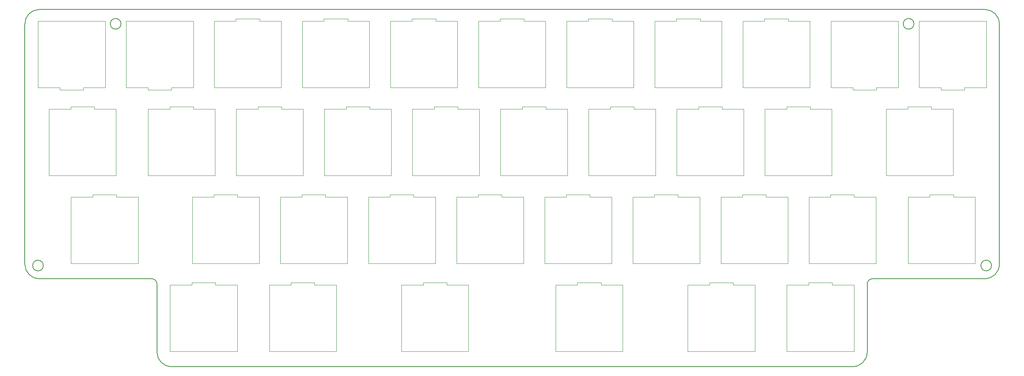
<source format=gbr>
%TF.GenerationSoftware,KiCad,Pcbnew,(7.0.0)*%
%TF.CreationDate,2023-04-11T21:00:29+02:00*%
%TF.ProjectId,travaulta plate rgb,74726176-6175-46c7-9461-20706c617465,rev?*%
%TF.SameCoordinates,Original*%
%TF.FileFunction,Profile,NP*%
%FSLAX46Y46*%
G04 Gerber Fmt 4.6, Leading zero omitted, Abs format (unit mm)*
G04 Created by KiCad (PCBNEW (7.0.0)) date 2023-04-11 21:00:29*
%MOMM*%
%LPD*%
G01*
G04 APERTURE LIST*
%TA.AperFunction,Profile*%
%ADD10C,0.200000*%
%TD*%
%TA.AperFunction,Profile*%
%ADD11C,0.100000*%
%TD*%
G04 APERTURE END LIST*
D10*
X72450000Y-121724999D02*
X72450000Y-106974999D01*
X254575001Y-50574999D02*
G75*
G03*
X251475000Y-47474999I-3100001J-1D01*
G01*
X71250000Y-105774999D02*
X46975000Y-105774999D01*
X47866000Y-102933999D02*
G75*
G03*
X47866000Y-102933999I-1150000J0D01*
G01*
X251475000Y-105775000D02*
G75*
G03*
X254575000Y-102674999I0J3100000D01*
G01*
X236100000Y-50574999D02*
G75*
G03*
X236100000Y-50574999I-1150000J0D01*
G01*
X252884375Y-102933999D02*
G75*
G03*
X252884375Y-102933999I-1150000J0D01*
G01*
X72450001Y-106974999D02*
G75*
G03*
X71250000Y-105774999I-1200001J-1D01*
G01*
X46975000Y-47475000D02*
G75*
G03*
X43875000Y-50574999I0J-3100000D01*
G01*
X46975000Y-47474999D02*
X251475000Y-47474999D01*
X43875001Y-102674999D02*
G75*
G03*
X46975000Y-105774999I3099999J-1D01*
G01*
X43875000Y-102674999D02*
X43875000Y-50574999D01*
X72450001Y-121724999D02*
G75*
G03*
X75550000Y-124824999I3099999J-1D01*
G01*
X254575000Y-50574999D02*
X254575000Y-102674999D01*
X226000000Y-106974999D02*
X226000000Y-121724999D01*
X222900000Y-124824999D02*
X75550000Y-124824999D01*
X227200000Y-105775000D02*
G75*
G03*
X226000000Y-106974999I0J-1200000D01*
G01*
X222900000Y-124825000D02*
G75*
G03*
X226000000Y-121724999I0J3100000D01*
G01*
X251475000Y-105774999D02*
X227200000Y-105774999D01*
X64650000Y-50574999D02*
G75*
G03*
X64650000Y-50574999I-1150000J0D01*
G01*
D11*
%TO.C,RGB topre*%
X53855600Y-88050000D02*
X53855600Y-102450000D01*
X53855600Y-88050000D02*
X58555600Y-88050000D01*
X53855600Y-102450000D02*
X68355600Y-102450000D01*
X58555600Y-87550000D02*
X63655600Y-87550000D01*
X58555600Y-88050000D02*
X58555600Y-87550000D01*
X63655600Y-88050000D02*
X63655600Y-87550000D01*
X68355600Y-88050000D02*
X63655600Y-88050000D01*
X68355600Y-88050000D02*
X68355600Y-102450000D01*
X180060600Y-49950000D02*
X180060600Y-64350000D01*
X180060600Y-49950000D02*
X184760600Y-49950000D01*
X180060600Y-64350000D02*
X194560600Y-64350000D01*
X184760600Y-49450000D02*
X189860600Y-49450000D01*
X184760600Y-49950000D02*
X184760600Y-49450000D01*
X189860600Y-49950000D02*
X189860600Y-49450000D01*
X194560600Y-49950000D02*
X189860600Y-49950000D01*
X194560600Y-49950000D02*
X194560600Y-64350000D01*
X187205600Y-107100000D02*
X187205600Y-121500000D01*
X187205600Y-107100000D02*
X191905600Y-107100000D01*
X187205600Y-121500000D02*
X201705600Y-121500000D01*
X191905600Y-106600000D02*
X197005600Y-106600000D01*
X191905600Y-107100000D02*
X191905600Y-106600000D01*
X197005600Y-107100000D02*
X197005600Y-106600000D01*
X201705600Y-107100000D02*
X197005600Y-107100000D01*
X201705600Y-107100000D02*
X201705600Y-121500000D01*
X89573100Y-69000000D02*
X89573100Y-83400000D01*
X89573100Y-69000000D02*
X94273100Y-69000000D01*
X89573100Y-83400000D02*
X104073100Y-83400000D01*
X94273100Y-68500000D02*
X99373100Y-68500000D01*
X94273100Y-69000000D02*
X94273100Y-68500000D01*
X99373100Y-69000000D02*
X99373100Y-68500000D01*
X104073100Y-69000000D02*
X99373100Y-69000000D01*
X104073100Y-69000000D02*
X104073100Y-83400000D01*
X184823100Y-69000000D02*
X184823100Y-83400000D01*
X184823100Y-69000000D02*
X189523100Y-69000000D01*
X184823100Y-83400000D02*
X199323100Y-83400000D01*
X189523100Y-68500000D02*
X194623100Y-68500000D01*
X189523100Y-69000000D02*
X189523100Y-68500000D01*
X194623100Y-69000000D02*
X194623100Y-68500000D01*
X199323100Y-69000000D02*
X194623100Y-69000000D01*
X199323100Y-69000000D02*
X199323100Y-83400000D01*
X161010600Y-49950000D02*
X161010600Y-64350000D01*
X161010600Y-49950000D02*
X165710600Y-49950000D01*
X161010600Y-64350000D02*
X175510600Y-64350000D01*
X165710600Y-49450000D02*
X170810600Y-49450000D01*
X165710600Y-49950000D02*
X165710600Y-49450000D01*
X170810600Y-49950000D02*
X170810600Y-49450000D01*
X175510600Y-49950000D02*
X170810600Y-49950000D01*
X175510600Y-49950000D02*
X175510600Y-64350000D01*
X203873100Y-69000000D02*
X203873100Y-83400000D01*
X203873100Y-69000000D02*
X208573100Y-69000000D01*
X203873100Y-83400000D02*
X218373100Y-83400000D01*
X208573100Y-68500000D02*
X213673100Y-68500000D01*
X208573100Y-69000000D02*
X208573100Y-68500000D01*
X213673100Y-69000000D02*
X213673100Y-68500000D01*
X218373100Y-69000000D02*
X213673100Y-69000000D01*
X218373100Y-69000000D02*
X218373100Y-83400000D01*
X70523100Y-69000000D02*
X70523100Y-83400000D01*
X70523100Y-69000000D02*
X75223100Y-69000000D01*
X70523100Y-83400000D02*
X85023100Y-83400000D01*
X75223100Y-68500000D02*
X80323100Y-68500000D01*
X75223100Y-69000000D02*
X75223100Y-68500000D01*
X80323100Y-69000000D02*
X80323100Y-68500000D01*
X85023100Y-69000000D02*
X80323100Y-69000000D01*
X85023100Y-69000000D02*
X85023100Y-83400000D01*
X199110600Y-49950000D02*
X199110600Y-64350000D01*
X199110600Y-49950000D02*
X203810600Y-49950000D01*
X199110600Y-64350000D02*
X213610600Y-64350000D01*
X203810600Y-49450000D02*
X208910600Y-49450000D01*
X203810600Y-49950000D02*
X203810600Y-49450000D01*
X208910600Y-49950000D02*
X208910600Y-49450000D01*
X213610600Y-49950000D02*
X208910600Y-49950000D01*
X213610600Y-49950000D02*
X213610600Y-64350000D01*
X137198100Y-88050000D02*
X137198100Y-102450000D01*
X137198100Y-88050000D02*
X141898100Y-88050000D01*
X137198100Y-102450000D02*
X151698100Y-102450000D01*
X141898100Y-87550000D02*
X146998100Y-87550000D01*
X141898100Y-88050000D02*
X141898100Y-87550000D01*
X146998100Y-88050000D02*
X146998100Y-87550000D01*
X151698100Y-88050000D02*
X146998100Y-88050000D01*
X151698100Y-88050000D02*
X151698100Y-102450000D01*
X213398100Y-88050000D02*
X213398100Y-102450000D01*
X213398100Y-88050000D02*
X218098100Y-88050000D01*
X213398100Y-102450000D02*
X227898100Y-102450000D01*
X218098100Y-87550000D02*
X223198100Y-87550000D01*
X218098100Y-88050000D02*
X218098100Y-87550000D01*
X223198100Y-88050000D02*
X223198100Y-87550000D01*
X227898100Y-88050000D02*
X223198100Y-88050000D01*
X227898100Y-88050000D02*
X227898100Y-102450000D01*
X75285600Y-107100000D02*
X75285600Y-121500000D01*
X75285600Y-107100000D02*
X79985600Y-107100000D01*
X75285600Y-121500000D02*
X89785600Y-121500000D01*
X79985600Y-106600000D02*
X85085600Y-106600000D01*
X79985600Y-107100000D02*
X79985600Y-106600000D01*
X85085600Y-107100000D02*
X85085600Y-106600000D01*
X89785600Y-107100000D02*
X85085600Y-107100000D01*
X89785600Y-107100000D02*
X89785600Y-121500000D01*
X122910600Y-49950000D02*
X122910600Y-64350000D01*
X122910600Y-49950000D02*
X127610600Y-49950000D01*
X122910600Y-64350000D02*
X137410600Y-64350000D01*
X127610600Y-49450000D02*
X132710600Y-49450000D01*
X127610600Y-49950000D02*
X127610600Y-49450000D01*
X132710600Y-49950000D02*
X132710600Y-49450000D01*
X137410600Y-49950000D02*
X132710600Y-49950000D01*
X137410600Y-49950000D02*
X137410600Y-64350000D01*
X127673100Y-69000000D02*
X127673100Y-83400000D01*
X127673100Y-69000000D02*
X132373100Y-69000000D01*
X127673100Y-83400000D02*
X142173100Y-83400000D01*
X132373100Y-68500000D02*
X137473100Y-68500000D01*
X132373100Y-69000000D02*
X132373100Y-68500000D01*
X137473100Y-69000000D02*
X137473100Y-68500000D01*
X142173100Y-69000000D02*
X137473100Y-69000000D01*
X142173100Y-69000000D02*
X142173100Y-83400000D01*
X96715600Y-107100000D02*
X96715600Y-121500000D01*
X96715600Y-107100000D02*
X101415600Y-107100000D01*
X96715600Y-121500000D02*
X111215600Y-121500000D01*
X101415600Y-106600000D02*
X106515600Y-106600000D01*
X101415600Y-107100000D02*
X101415600Y-106600000D01*
X106515600Y-107100000D02*
X106515600Y-106600000D01*
X111215600Y-107100000D02*
X106515600Y-107100000D01*
X111215600Y-107100000D02*
X111215600Y-121500000D01*
X99098100Y-88050000D02*
X99098100Y-102450000D01*
X99098100Y-88050000D02*
X103798100Y-88050000D01*
X99098100Y-102450000D02*
X113598100Y-102450000D01*
X103798100Y-87550000D02*
X108898100Y-87550000D01*
X103798100Y-88050000D02*
X103798100Y-87550000D01*
X108898100Y-88050000D02*
X108898100Y-87550000D01*
X113598100Y-88050000D02*
X108898100Y-88050000D01*
X113598100Y-88050000D02*
X113598100Y-102450000D01*
X49093600Y-69000000D02*
X49093600Y-83400000D01*
X49093600Y-69000000D02*
X53793600Y-69000000D01*
X49093600Y-83400000D02*
X63593600Y-83400000D01*
X53793600Y-68500000D02*
X58893600Y-68500000D01*
X53793600Y-69000000D02*
X53793600Y-68500000D01*
X58893600Y-69000000D02*
X58893600Y-68500000D01*
X63593600Y-69000000D02*
X58893600Y-69000000D01*
X63593600Y-69000000D02*
X63593600Y-83400000D01*
X84810600Y-49950000D02*
X84810600Y-64350000D01*
X84810600Y-49950000D02*
X89510600Y-49950000D01*
X84810600Y-64350000D02*
X99310600Y-64350000D01*
X89510600Y-49450000D02*
X94610600Y-49450000D01*
X89510600Y-49950000D02*
X89510600Y-49450000D01*
X94610600Y-49950000D02*
X94610600Y-49450000D01*
X99310600Y-49950000D02*
X94610600Y-49950000D01*
X99310600Y-49950000D02*
X99310600Y-64350000D01*
X251739400Y-64350000D02*
X251739400Y-49950000D01*
X251739400Y-64350000D02*
X247039400Y-64350000D01*
X251739400Y-49950000D02*
X237239400Y-49950000D01*
X247039400Y-64850000D02*
X241939400Y-64850000D01*
X247039400Y-64350000D02*
X247039400Y-64850000D01*
X241939400Y-64350000D02*
X241939400Y-64850000D01*
X237239400Y-64350000D02*
X241939400Y-64350000D01*
X237239400Y-64350000D02*
X237239400Y-49950000D01*
X230065600Y-69000000D02*
X230065600Y-83400000D01*
X230065600Y-69000000D02*
X234765600Y-69000000D01*
X230065600Y-83400000D02*
X244565600Y-83400000D01*
X234765600Y-68500000D02*
X239865600Y-68500000D01*
X234765600Y-69000000D02*
X234765600Y-68500000D01*
X239865600Y-69000000D02*
X239865600Y-68500000D01*
X244565600Y-69000000D02*
X239865600Y-69000000D01*
X244565600Y-69000000D02*
X244565600Y-83400000D01*
X175298100Y-88050000D02*
X175298100Y-102450000D01*
X175298100Y-88050000D02*
X179998100Y-88050000D01*
X175298100Y-102450000D02*
X189798100Y-102450000D01*
X179998100Y-87550000D02*
X185098100Y-87550000D01*
X179998100Y-88050000D02*
X179998100Y-87550000D01*
X185098100Y-88050000D02*
X185098100Y-87550000D01*
X189798100Y-88050000D02*
X185098100Y-88050000D01*
X189798100Y-88050000D02*
X189798100Y-102450000D01*
X232689400Y-64350000D02*
X232689400Y-49950000D01*
X232689400Y-64350000D02*
X227989400Y-64350000D01*
X232689400Y-49950000D02*
X218189400Y-49950000D01*
X227989400Y-64850000D02*
X222889400Y-64850000D01*
X227989400Y-64350000D02*
X227989400Y-64850000D01*
X222889400Y-64350000D02*
X222889400Y-64850000D01*
X218189400Y-64350000D02*
X222889400Y-64350000D01*
X218189400Y-64350000D02*
X218189400Y-49950000D01*
X80048100Y-88050000D02*
X80048100Y-102450000D01*
X80048100Y-88050000D02*
X84748100Y-88050000D01*
X80048100Y-102450000D02*
X94548100Y-102450000D01*
X84748100Y-87550000D02*
X89848100Y-87550000D01*
X84748100Y-88050000D02*
X84748100Y-87550000D01*
X89848100Y-88050000D02*
X89848100Y-87550000D01*
X94548100Y-88050000D02*
X89848100Y-88050000D01*
X94548100Y-88050000D02*
X94548100Y-102450000D01*
X158627600Y-107100000D02*
X158627600Y-121500000D01*
X158627600Y-107100000D02*
X163327600Y-107100000D01*
X158627600Y-121500000D02*
X173127600Y-121500000D01*
X163327600Y-106600000D02*
X168427600Y-106600000D01*
X163327600Y-107100000D02*
X163327600Y-106600000D01*
X168427600Y-107100000D02*
X168427600Y-106600000D01*
X173127600Y-107100000D02*
X168427600Y-107100000D01*
X173127600Y-107100000D02*
X173127600Y-121500000D01*
X141960600Y-49950000D02*
X141960600Y-64350000D01*
X141960600Y-49950000D02*
X146660600Y-49950000D01*
X141960600Y-64350000D02*
X156460600Y-64350000D01*
X146660600Y-49450000D02*
X151760600Y-49450000D01*
X146660600Y-49950000D02*
X146660600Y-49450000D01*
X151760600Y-49950000D02*
X151760600Y-49450000D01*
X156460600Y-49950000D02*
X151760600Y-49950000D01*
X156460600Y-49950000D02*
X156460600Y-64350000D01*
X234830600Y-88050000D02*
X234830600Y-102450000D01*
X234830600Y-88050000D02*
X239530600Y-88050000D01*
X234830600Y-102450000D02*
X249330600Y-102450000D01*
X239530600Y-87550000D02*
X244630600Y-87550000D01*
X239530600Y-88050000D02*
X239530600Y-87550000D01*
X244630600Y-88050000D02*
X244630600Y-87550000D01*
X249330600Y-88050000D02*
X244630600Y-88050000D01*
X249330600Y-88050000D02*
X249330600Y-102450000D01*
X103860600Y-49950000D02*
X103860600Y-64350000D01*
X103860600Y-49950000D02*
X108560600Y-49950000D01*
X103860600Y-64350000D02*
X118360600Y-64350000D01*
X108560600Y-49450000D02*
X113660600Y-49450000D01*
X108560600Y-49950000D02*
X108560600Y-49450000D01*
X113660600Y-49950000D02*
X113660600Y-49450000D01*
X118360600Y-49950000D02*
X113660600Y-49950000D01*
X118360600Y-49950000D02*
X118360600Y-64350000D01*
X146723100Y-69000000D02*
X146723100Y-83400000D01*
X146723100Y-69000000D02*
X151423100Y-69000000D01*
X146723100Y-83400000D02*
X161223100Y-83400000D01*
X151423100Y-68500000D02*
X156523100Y-68500000D01*
X151423100Y-69000000D02*
X151423100Y-68500000D01*
X156523100Y-69000000D02*
X156523100Y-68500000D01*
X161223100Y-69000000D02*
X156523100Y-69000000D01*
X161223100Y-69000000D02*
X161223100Y-83400000D01*
X125290600Y-107100000D02*
X125290600Y-121500000D01*
X125290600Y-107100000D02*
X129990600Y-107100000D01*
X125290600Y-121500000D02*
X139790600Y-121500000D01*
X129990600Y-106600000D02*
X135090600Y-106600000D01*
X129990600Y-107100000D02*
X129990600Y-106600000D01*
X135090600Y-107100000D02*
X135090600Y-106600000D01*
X139790600Y-107100000D02*
X135090600Y-107100000D01*
X139790600Y-107100000D02*
X139790600Y-121500000D01*
X61239400Y-64350000D02*
X61239400Y-49950000D01*
X61239400Y-64350000D02*
X56539400Y-64350000D01*
X61239400Y-49950000D02*
X46739400Y-49950000D01*
X56539400Y-64850000D02*
X51439400Y-64850000D01*
X56539400Y-64350000D02*
X56539400Y-64850000D01*
X51439400Y-64350000D02*
X51439400Y-64850000D01*
X46739400Y-64350000D02*
X51439400Y-64350000D01*
X46739400Y-64350000D02*
X46739400Y-49950000D01*
X118148100Y-88050000D02*
X118148100Y-102450000D01*
X118148100Y-88050000D02*
X122848100Y-88050000D01*
X118148100Y-102450000D02*
X132648100Y-102450000D01*
X122848100Y-87550000D02*
X127948100Y-87550000D01*
X122848100Y-88050000D02*
X122848100Y-87550000D01*
X127948100Y-88050000D02*
X127948100Y-87550000D01*
X132648100Y-88050000D02*
X127948100Y-88050000D01*
X132648100Y-88050000D02*
X132648100Y-102450000D01*
X208635600Y-107100000D02*
X208635600Y-121500000D01*
X208635600Y-107100000D02*
X213335600Y-107100000D01*
X208635600Y-121500000D02*
X223135600Y-121500000D01*
X213335600Y-106600000D02*
X218435600Y-106600000D01*
X213335600Y-107100000D02*
X213335600Y-106600000D01*
X218435600Y-107100000D02*
X218435600Y-106600000D01*
X223135600Y-107100000D02*
X218435600Y-107100000D01*
X223135600Y-107100000D02*
X223135600Y-121500000D01*
X80289400Y-64350000D02*
X80289400Y-49950000D01*
X80289400Y-64350000D02*
X75589400Y-64350000D01*
X80289400Y-49950000D02*
X65789400Y-49950000D01*
X75589400Y-64850000D02*
X70489400Y-64850000D01*
X75589400Y-64350000D02*
X75589400Y-64850000D01*
X70489400Y-64350000D02*
X70489400Y-64850000D01*
X65789400Y-64350000D02*
X70489400Y-64350000D01*
X65789400Y-64350000D02*
X65789400Y-49950000D01*
X194348100Y-88050000D02*
X194348100Y-102450000D01*
X194348100Y-88050000D02*
X199048100Y-88050000D01*
X194348100Y-102450000D02*
X208848100Y-102450000D01*
X199048100Y-87550000D02*
X204148100Y-87550000D01*
X199048100Y-88050000D02*
X199048100Y-87550000D01*
X204148100Y-88050000D02*
X204148100Y-87550000D01*
X208848100Y-88050000D02*
X204148100Y-88050000D01*
X208848100Y-88050000D02*
X208848100Y-102450000D01*
X108623100Y-69000000D02*
X108623100Y-83400000D01*
X108623100Y-69000000D02*
X113323100Y-69000000D01*
X108623100Y-83400000D02*
X123123100Y-83400000D01*
X113323100Y-68500000D02*
X118423100Y-68500000D01*
X113323100Y-69000000D02*
X113323100Y-68500000D01*
X118423100Y-69000000D02*
X118423100Y-68500000D01*
X123123100Y-69000000D02*
X118423100Y-69000000D01*
X123123100Y-69000000D02*
X123123100Y-83400000D01*
X165773100Y-69000000D02*
X165773100Y-83400000D01*
X165773100Y-69000000D02*
X170473100Y-69000000D01*
X165773100Y-83400000D02*
X180273100Y-83400000D01*
X170473100Y-68500000D02*
X175573100Y-68500000D01*
X170473100Y-69000000D02*
X170473100Y-68500000D01*
X175573100Y-69000000D02*
X175573100Y-68500000D01*
X180273100Y-69000000D02*
X175573100Y-69000000D01*
X180273100Y-69000000D02*
X180273100Y-83400000D01*
X156248100Y-88050000D02*
X156248100Y-102450000D01*
X156248100Y-88050000D02*
X160948100Y-88050000D01*
X156248100Y-102450000D02*
X170748100Y-102450000D01*
X160948100Y-87550000D02*
X166048100Y-87550000D01*
X160948100Y-88050000D02*
X160948100Y-87550000D01*
X166048100Y-88050000D02*
X166048100Y-87550000D01*
X170748100Y-88050000D02*
X166048100Y-88050000D01*
X170748100Y-88050000D02*
X170748100Y-102450000D01*
%TD*%
M02*

</source>
